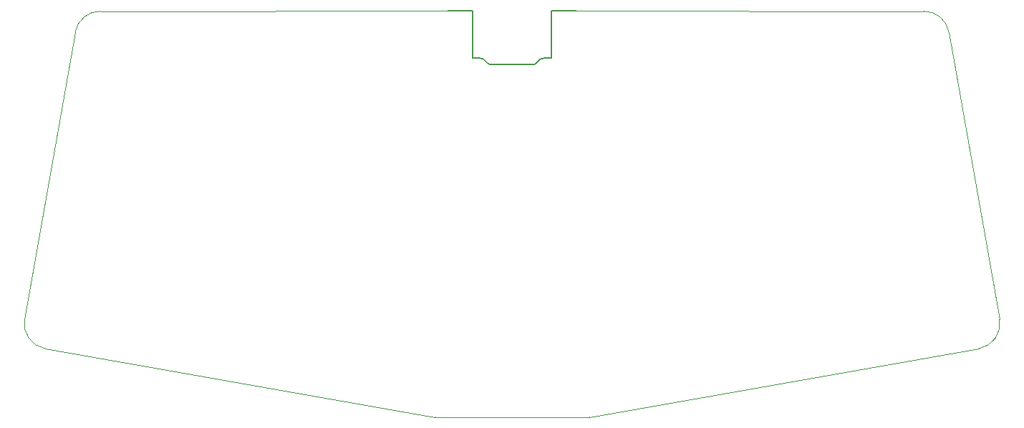
<source format=gbr>
%TF.GenerationSoftware,KiCad,Pcbnew,7.0.8*%
%TF.CreationDate,2023-12-09T20:05:49-06:00*%
%TF.ProjectId,lemmingz40,6c656d6d-696e-4677-9a34-302e6b696361,rev?*%
%TF.SameCoordinates,Original*%
%TF.FileFunction,Profile,NP*%
%FSLAX46Y46*%
G04 Gerber Fmt 4.6, Leading zero omitted, Abs format (unit mm)*
G04 Created by KiCad (PCBNEW 7.0.8) date 2023-12-09 20:05:49*
%MOMM*%
%LPD*%
G01*
G04 APERTURE LIST*
%TA.AperFunction,Profile*%
%ADD10C,0.050000*%
%TD*%
%TA.AperFunction,Profile*%
%ADD11C,0.100000*%
%TD*%
%TA.AperFunction,Profile*%
%ADD12C,0.150000*%
%TD*%
G04 APERTURE END LIST*
D10*
X43997311Y-34787537D02*
G75*
G03*
X41042889Y-37266595I29J-3000033D01*
G01*
X35055030Y-71225429D02*
X41042888Y-37266595D01*
X83515994Y-82816681D02*
X37488513Y-74700799D01*
X147894771Y-74700795D02*
X101867286Y-82816683D01*
D11*
X100280012Y-34754151D02*
X141385967Y-34787542D01*
D10*
X35055016Y-71225427D02*
G75*
G03*
X37488513Y-74700799I2954384J-520973D01*
G01*
D11*
X85040012Y-34754151D02*
X43997311Y-34787538D01*
D10*
X101346340Y-82862260D02*
X84036939Y-82862260D01*
X147894760Y-74700733D02*
G75*
G03*
X150328248Y-71225428I-520960J2954433D01*
G01*
X144340391Y-37266595D02*
X150328249Y-71225428D01*
X101346340Y-82862262D02*
G75*
G03*
X101867286Y-82816682I-40J3000262D01*
G01*
X144340388Y-37266596D02*
G75*
G03*
X141385967Y-34787542I-2954388J-520904D01*
G01*
X83515993Y-82816687D02*
G75*
G03*
X84036939Y-82862260I520807J2953087D01*
G01*
D12*
%TO.C,J1*%
X90209050Y-41104151D02*
X95110974Y-41104151D01*
X87990012Y-40354151D02*
X88910012Y-40354151D01*
X97330012Y-40354151D02*
X96410012Y-40354151D01*
X97330012Y-40354151D02*
X97330012Y-34754151D01*
X85040012Y-34754151D02*
X87990012Y-34754151D01*
X87990012Y-34754151D02*
X87990012Y-40354151D01*
X97330012Y-34754151D02*
X100280012Y-34754151D01*
X89628813Y-40769151D02*
G75*
G03*
X90209050Y-41104151I580237J335000D01*
G01*
X95110974Y-41104150D02*
G75*
G03*
X95691210Y-40769151I0J669999D01*
G01*
X96410012Y-40354152D02*
G75*
G03*
X95691212Y-40769151I0J-829999D01*
G01*
X89628813Y-40769151D02*
G75*
G03*
X88910012Y-40354151I-718801J-415000D01*
G01*
%TD*%
M02*

</source>
